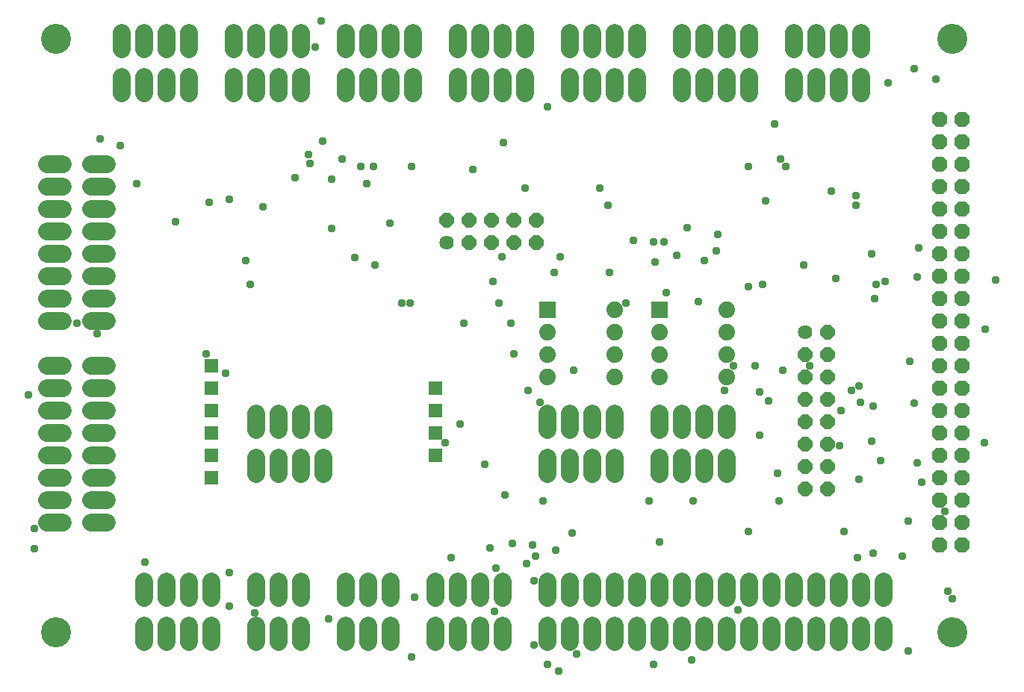
<source format=gbr>
G04 EAGLE Gerber RS-274X export*
G75*
%MOMM*%
%FSLAX34Y34*%
%LPD*%
%INSoldermask Bottom*%
%IPPOS*%
%AMOC8*
5,1,8,0,0,1.08239X$1,22.5*%
G01*
%ADD10C,3.403200*%
%ADD11C,2.003200*%
%ADD12C,1.625600*%
%ADD13P,1.759533X8X292.500000*%
%ADD14P,1.759533X8X22.500000*%
%ADD15R,1.879600X1.879600*%
%ADD16C,1.879600*%
%ADD17P,1.869504X8X112.500000*%
%ADD18R,1.611200X1.611200*%
%ADD19C,0.959600*%


D10*
X52550Y738650D03*
X1068550Y738650D03*
X1068550Y65550D03*
X52550Y65550D03*
D11*
X482600Y104900D02*
X482600Y122900D01*
X482600Y72900D02*
X482600Y54900D01*
X508000Y104900D02*
X508000Y122900D01*
X508000Y72900D02*
X508000Y54900D01*
X533400Y104900D02*
X533400Y122900D01*
X533400Y72900D02*
X533400Y54900D01*
X558800Y104900D02*
X558800Y122900D01*
X558800Y72900D02*
X558800Y54900D01*
D12*
X901700Y406400D03*
D13*
X927100Y406400D03*
X901700Y381000D03*
X927100Y381000D03*
X901700Y355600D03*
X927100Y355600D03*
X901700Y330200D03*
X927100Y330200D03*
X901700Y304800D03*
X927100Y304800D03*
X901700Y279400D03*
X927100Y279400D03*
X901700Y254000D03*
X927100Y254000D03*
X901700Y228600D03*
X927100Y228600D03*
D11*
X110200Y596900D02*
X92200Y596900D01*
X60200Y596900D02*
X42200Y596900D01*
X92200Y571500D02*
X110200Y571500D01*
X60200Y571500D02*
X42200Y571500D01*
X92200Y546100D02*
X110200Y546100D01*
X60200Y546100D02*
X42200Y546100D01*
X92200Y520700D02*
X110200Y520700D01*
X60200Y520700D02*
X42200Y520700D01*
X92200Y495300D02*
X110200Y495300D01*
X60200Y495300D02*
X42200Y495300D01*
X92200Y469900D02*
X110200Y469900D01*
X60200Y469900D02*
X42200Y469900D01*
X92200Y444500D02*
X110200Y444500D01*
X60200Y444500D02*
X42200Y444500D01*
X92200Y419100D02*
X110200Y419100D01*
X60200Y419100D02*
X42200Y419100D01*
X92200Y368300D02*
X110200Y368300D01*
X60200Y368300D02*
X42200Y368300D01*
X92200Y342900D02*
X110200Y342900D01*
X60200Y342900D02*
X42200Y342900D01*
X92200Y317500D02*
X110200Y317500D01*
X60200Y317500D02*
X42200Y317500D01*
X92200Y292100D02*
X110200Y292100D01*
X60200Y292100D02*
X42200Y292100D01*
X92200Y266700D02*
X110200Y266700D01*
X60200Y266700D02*
X42200Y266700D01*
X92200Y241300D02*
X110200Y241300D01*
X60200Y241300D02*
X42200Y241300D01*
X92200Y215900D02*
X110200Y215900D01*
X60200Y215900D02*
X42200Y215900D01*
X92200Y190500D02*
X110200Y190500D01*
X60200Y190500D02*
X42200Y190500D01*
X152400Y122900D02*
X152400Y104900D01*
X152400Y72900D02*
X152400Y54900D01*
X177800Y104900D02*
X177800Y122900D01*
X177800Y72900D02*
X177800Y54900D01*
X203200Y104900D02*
X203200Y122900D01*
X203200Y72900D02*
X203200Y54900D01*
X228600Y104900D02*
X228600Y122900D01*
X228600Y72900D02*
X228600Y54900D01*
X609600Y104900D02*
X609600Y122900D01*
X609600Y72900D02*
X609600Y54900D01*
X635000Y104900D02*
X635000Y122900D01*
X635000Y72900D02*
X635000Y54900D01*
X660400Y104900D02*
X660400Y122900D01*
X660400Y72900D02*
X660400Y54900D01*
X685800Y104900D02*
X685800Y122900D01*
X685800Y72900D02*
X685800Y54900D01*
X711200Y104900D02*
X711200Y122900D01*
X711200Y72900D02*
X711200Y54900D01*
X736600Y104900D02*
X736600Y122900D01*
X736600Y72900D02*
X736600Y54900D01*
X762000Y104900D02*
X762000Y122900D01*
X762000Y72900D02*
X762000Y54900D01*
X787400Y104900D02*
X787400Y122900D01*
X787400Y72900D02*
X787400Y54900D01*
X812800Y104900D02*
X812800Y122900D01*
X812800Y72900D02*
X812800Y54900D01*
X838200Y104900D02*
X838200Y122900D01*
X838200Y72900D02*
X838200Y54900D01*
X863600Y104900D02*
X863600Y122900D01*
X863600Y72900D02*
X863600Y54900D01*
X889000Y104900D02*
X889000Y122900D01*
X889000Y72900D02*
X889000Y54900D01*
X914400Y104900D02*
X914400Y122900D01*
X914400Y72900D02*
X914400Y54900D01*
X939800Y104900D02*
X939800Y122900D01*
X939800Y72900D02*
X939800Y54900D01*
X965200Y104900D02*
X965200Y122900D01*
X965200Y72900D02*
X965200Y54900D01*
X990600Y104900D02*
X990600Y122900D01*
X990600Y72900D02*
X990600Y54900D01*
D12*
X495300Y508000D03*
D14*
X495300Y533400D03*
X520700Y508000D03*
X520700Y533400D03*
X546100Y508000D03*
X546100Y533400D03*
X571500Y508000D03*
X571500Y533400D03*
X596900Y508000D03*
X596900Y533400D03*
D15*
X609600Y431800D03*
D16*
X609600Y406400D03*
X609600Y381000D03*
X609600Y355600D03*
X685800Y355600D03*
X685800Y381000D03*
X685800Y406400D03*
X685800Y431800D03*
D15*
X736600Y431800D03*
D16*
X736600Y406400D03*
X736600Y381000D03*
X736600Y355600D03*
X812800Y355600D03*
X812800Y381000D03*
X812800Y406400D03*
X812800Y431800D03*
D17*
X1079500Y165100D03*
X1054100Y165100D03*
X1079500Y190500D03*
X1054100Y190500D03*
X1079500Y215900D03*
X1054100Y215900D03*
X1079500Y241300D03*
X1054100Y241300D03*
X1079500Y266700D03*
X1054100Y266700D03*
X1079500Y292100D03*
X1054100Y292100D03*
X1079500Y317500D03*
X1054100Y317500D03*
X1079500Y342900D03*
X1054100Y342900D03*
X1079500Y368300D03*
X1054100Y368300D03*
X1079500Y393700D03*
X1054100Y393700D03*
X1079500Y419100D03*
X1054100Y419100D03*
X1079500Y444500D03*
X1054100Y444500D03*
X1079500Y469900D03*
X1054100Y469900D03*
X1079500Y495300D03*
X1054100Y495300D03*
X1079500Y520700D03*
X1054100Y520700D03*
X1079500Y546100D03*
X1054100Y546100D03*
X1079500Y571500D03*
X1054100Y571500D03*
X1079500Y596900D03*
X1054100Y596900D03*
X1079500Y622300D03*
X1054100Y622300D03*
X1079500Y647700D03*
X1054100Y647700D03*
D11*
X609600Y313400D02*
X609600Y295400D01*
X609600Y263400D02*
X609600Y245400D01*
X635000Y295400D02*
X635000Y313400D01*
X635000Y263400D02*
X635000Y245400D01*
X660400Y295400D02*
X660400Y313400D01*
X660400Y263400D02*
X660400Y245400D01*
X685800Y295400D02*
X685800Y313400D01*
X685800Y263400D02*
X685800Y245400D01*
X736600Y295400D02*
X736600Y313400D01*
X736600Y263400D02*
X736600Y245400D01*
X762000Y295400D02*
X762000Y313400D01*
X762000Y263400D02*
X762000Y245400D01*
X787400Y295400D02*
X787400Y313400D01*
X787400Y263400D02*
X787400Y245400D01*
X812800Y295400D02*
X812800Y313400D01*
X812800Y263400D02*
X812800Y245400D01*
X279400Y122900D02*
X279400Y104900D01*
X279400Y72900D02*
X279400Y54900D01*
X304800Y104900D02*
X304800Y122900D01*
X304800Y72900D02*
X304800Y54900D01*
X330200Y104900D02*
X330200Y122900D01*
X330200Y72900D02*
X330200Y54900D01*
X965200Y677200D02*
X965200Y695200D01*
X965200Y727200D02*
X965200Y745200D01*
X939800Y695200D02*
X939800Y677200D01*
X939800Y727200D02*
X939800Y745200D01*
X914400Y695200D02*
X914400Y677200D01*
X914400Y727200D02*
X914400Y745200D01*
X889000Y695200D02*
X889000Y677200D01*
X889000Y727200D02*
X889000Y745200D01*
X838200Y695200D02*
X838200Y677200D01*
X838200Y727200D02*
X838200Y745200D01*
X812800Y695200D02*
X812800Y677200D01*
X812800Y727200D02*
X812800Y745200D01*
X787400Y695200D02*
X787400Y677200D01*
X787400Y727200D02*
X787400Y745200D01*
X762000Y695200D02*
X762000Y677200D01*
X762000Y727200D02*
X762000Y745200D01*
X711200Y695200D02*
X711200Y677200D01*
X711200Y727200D02*
X711200Y745200D01*
X685800Y695200D02*
X685800Y677200D01*
X685800Y727200D02*
X685800Y745200D01*
X660400Y695200D02*
X660400Y677200D01*
X660400Y727200D02*
X660400Y745200D01*
X635000Y695200D02*
X635000Y677200D01*
X635000Y727200D02*
X635000Y745200D01*
X584200Y695200D02*
X584200Y677200D01*
X584200Y727200D02*
X584200Y745200D01*
X558800Y695200D02*
X558800Y677200D01*
X558800Y727200D02*
X558800Y745200D01*
X533400Y695200D02*
X533400Y677200D01*
X533400Y727200D02*
X533400Y745200D01*
X508000Y695200D02*
X508000Y677200D01*
X508000Y727200D02*
X508000Y745200D01*
X457200Y695200D02*
X457200Y677200D01*
X457200Y727200D02*
X457200Y745200D01*
X431800Y695200D02*
X431800Y677200D01*
X431800Y727200D02*
X431800Y745200D01*
X406400Y695200D02*
X406400Y677200D01*
X406400Y727200D02*
X406400Y745200D01*
X381000Y695200D02*
X381000Y677200D01*
X381000Y727200D02*
X381000Y745200D01*
X330200Y695200D02*
X330200Y677200D01*
X330200Y727200D02*
X330200Y745200D01*
X304800Y695200D02*
X304800Y677200D01*
X304800Y727200D02*
X304800Y745200D01*
X279400Y695200D02*
X279400Y677200D01*
X279400Y727200D02*
X279400Y745200D01*
X254000Y695200D02*
X254000Y677200D01*
X254000Y727200D02*
X254000Y745200D01*
X203200Y695200D02*
X203200Y677200D01*
X203200Y727200D02*
X203200Y745200D01*
X177800Y695200D02*
X177800Y677200D01*
X177800Y727200D02*
X177800Y745200D01*
X152400Y695200D02*
X152400Y677200D01*
X152400Y727200D02*
X152400Y745200D01*
X127000Y695200D02*
X127000Y677200D01*
X127000Y727200D02*
X127000Y745200D01*
X381000Y122900D02*
X381000Y104900D01*
X381000Y72900D02*
X381000Y54900D01*
X406400Y104900D02*
X406400Y122900D01*
X406400Y72900D02*
X406400Y54900D01*
X431800Y104900D02*
X431800Y122900D01*
X431800Y72900D02*
X431800Y54900D01*
X279400Y295400D02*
X279400Y313400D01*
X279400Y263400D02*
X279400Y245400D01*
X304800Y295400D02*
X304800Y313400D01*
X304800Y263400D02*
X304800Y245400D01*
X330200Y295400D02*
X330200Y313400D01*
X330200Y263400D02*
X330200Y245400D01*
X355600Y295400D02*
X355600Y313400D01*
X355600Y263400D02*
X355600Y245400D01*
D18*
X228600Y368300D03*
X228600Y342900D03*
X228600Y317500D03*
X228600Y292100D03*
X228600Y266700D03*
X228600Y241300D03*
X482600Y266700D03*
X482600Y292100D03*
X482600Y317500D03*
X482600Y342900D03*
D19*
X977392Y495300D03*
X1050036Y693420D03*
X995553Y688467D03*
X143637Y574548D03*
X1012063Y151892D03*
X1028573Y257556D03*
X1033526Y236093D03*
X810641Y340106D03*
X455676Y37973D03*
X548132Y463931D03*
X364871Y579501D03*
X364871Y523367D03*
X510159Y302133D03*
X979043Y155194D03*
X549783Y89154D03*
X458978Y105664D03*
X500253Y150241D03*
X800735Y498602D03*
X856869Y554736D03*
X899795Y482092D03*
X756158Y493649D03*
X680212Y473837D03*
X592709Y165100D03*
X600964Y326898D03*
X638937Y363220D03*
X802386Y516763D03*
X879983Y594360D03*
X729742Y508508D03*
X873379Y602615D03*
X741299Y508508D03*
X837057Y594360D03*
X624078Y491998D03*
X558038Y491998D03*
X222885Y381381D03*
X780923Y440817D03*
X569595Y166751D03*
X544830Y161798D03*
X551434Y138684D03*
X28067Y160147D03*
X936117Y467233D03*
X959231Y561340D03*
X866775Y642239D03*
X353314Y759460D03*
X21463Y335153D03*
X731393Y485394D03*
X567944Y416052D03*
X515112Y416052D03*
X444119Y439166D03*
X244348Y359918D03*
X28067Y183261D03*
X668655Y569595D03*
X584454Y569595D03*
X609219Y662051D03*
X787527Y487045D03*
X767715Y525018D03*
X678561Y549783D03*
X525018Y591058D03*
X837057Y457327D03*
X391287Y490347D03*
X430911Y529971D03*
X698373Y439166D03*
X1018667Y191516D03*
X853567Y460629D03*
X820547Y368173D03*
X850265Y288925D03*
X850265Y338455D03*
X414401Y482092D03*
X454025Y439166D03*
X571246Y381381D03*
X412750Y594360D03*
X455676Y594360D03*
X249301Y556387D03*
X338455Y607568D03*
X75946Y416052D03*
X99060Y404495D03*
X102362Y625729D03*
X931164Y566293D03*
X617474Y473837D03*
X906399Y368173D03*
X538226Y255905D03*
X604266Y214630D03*
X724789Y214630D03*
X774319Y214630D03*
X871728Y214630D03*
X962533Y239395D03*
X1117727Y465582D03*
X397891Y594360D03*
X287274Y548132D03*
X125476Y617474D03*
X876681Y363220D03*
X980694Y444119D03*
X982345Y460629D03*
X954278Y340106D03*
X992251Y463931D03*
X1030224Y501904D03*
X942721Y316992D03*
X962533Y345059D03*
X1025271Y325247D03*
X941070Y277368D03*
X964184Y326898D03*
X946023Y179959D03*
X837057Y179959D03*
X619125Y158496D03*
X1104519Y280670D03*
X1018667Y44577D03*
X1068197Y104013D03*
X1106170Y409448D03*
X1063244Y112268D03*
X1028573Y468884D03*
X959231Y549783D03*
X559689Y620776D03*
X1025271Y704977D03*
X249301Y133731D03*
X249301Y95758D03*
X772668Y34671D03*
X346710Y729742D03*
X226187Y553085D03*
X188214Y531622D03*
X277368Y87503D03*
X361569Y80899D03*
X622427Y21463D03*
X642239Y41275D03*
X860171Y328549D03*
X637286Y178308D03*
X596011Y151892D03*
X594360Y51181D03*
X1059942Y203073D03*
X960882Y150241D03*
X586105Y143637D03*
X272415Y460629D03*
X493649Y280670D03*
X561340Y221234D03*
X594360Y123825D03*
X825500Y90805D03*
X267462Y487045D03*
X354965Y622427D03*
X706628Y510159D03*
X845312Y368173D03*
X870077Y245999D03*
X554736Y439166D03*
X744601Y450723D03*
X977392Y282321D03*
X987298Y260858D03*
X1020318Y373126D03*
X979043Y321945D03*
X736346Y168402D03*
X587756Y340106D03*
X609219Y29718D03*
X729742Y29718D03*
X153543Y145288D03*
X323596Y581152D03*
X340106Y597662D03*
X376428Y602615D03*
X404495Y574548D03*
M02*

</source>
